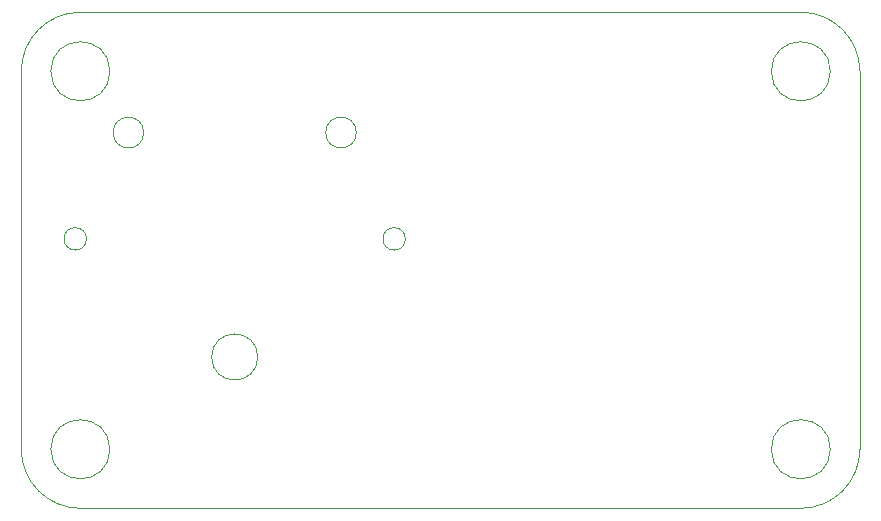
<source format=gbr>
%TF.GenerationSoftware,KiCad,Pcbnew,9.0.6*%
%TF.CreationDate,2026-02-28T16:28:42-08:00*%
%TF.ProjectId,display_new,64697370-6c61-4795-9f6e-65772e6b6963,rev?*%
%TF.SameCoordinates,Original*%
%TF.FileFunction,Profile,NP*%
%FSLAX46Y46*%
G04 Gerber Fmt 4.6, Leading zero omitted, Abs format (unit mm)*
G04 Created by KiCad (PCBNEW 9.0.6) date 2026-02-28 16:28:42*
%MOMM*%
%LPD*%
G01*
G04 APERTURE LIST*
%TA.AperFunction,Profile*%
%ADD10C,0.050000*%
%TD*%
G04 APERTURE END LIST*
D10*
X159120000Y-107000000D02*
G75*
G02*
X154120000Y-107000000I-2500000J0D01*
G01*
X154120000Y-107000000D02*
G75*
G02*
X159120000Y-107000000I2500000J0D01*
G01*
X159120000Y-75000000D02*
G75*
G02*
X154120000Y-75000000I-2500000J0D01*
G01*
X154120000Y-75000000D02*
G75*
G02*
X159120000Y-75000000I2500000J0D01*
G01*
X98120000Y-107000000D02*
G75*
G02*
X93120000Y-107000000I-2500000J0D01*
G01*
X93120000Y-107000000D02*
G75*
G02*
X98120000Y-107000000I2500000J0D01*
G01*
X98120000Y-75000000D02*
G75*
G02*
X93120000Y-75000000I-2500000J0D01*
G01*
X93120000Y-75000000D02*
G75*
G02*
X98120000Y-75000000I2500000J0D01*
G01*
X95620000Y-112000000D02*
G75*
G02*
X90620000Y-107000000I0J5000000D01*
G01*
X161620000Y-107000000D02*
G75*
G02*
X156620000Y-112000000I-5000000J0D01*
G01*
X156620000Y-70000000D02*
G75*
G02*
X161620000Y-75000000I0J-5000000D01*
G01*
X90620000Y-75000000D02*
G75*
G02*
X95620000Y-70000000I5000000J0D01*
G01*
X90620000Y-107000000D02*
X90620000Y-75000000D01*
X156620000Y-112000000D02*
X95620000Y-112000000D01*
X161620000Y-75000000D02*
X161620000Y-107000000D01*
X95620000Y-70000000D02*
X156620000Y-70000000D01*
%TO.C,M1*%
X96140000Y-89190000D02*
G75*
G02*
X94240000Y-89190000I-950000J0D01*
G01*
X94240000Y-89190000D02*
G75*
G02*
X96140000Y-89190000I950000J0D01*
G01*
X100990000Y-80190000D02*
G75*
G02*
X98390000Y-80190000I-1300000J0D01*
G01*
X98390000Y-80190000D02*
G75*
G02*
X100990000Y-80190000I1300000J0D01*
G01*
X110640000Y-99190000D02*
G75*
G02*
X106740000Y-99190000I-1950000J0D01*
G01*
X106740000Y-99190000D02*
G75*
G02*
X110640000Y-99190000I1950000J0D01*
G01*
X118990000Y-80190000D02*
G75*
G02*
X116390000Y-80190000I-1300000J0D01*
G01*
X116390000Y-80190000D02*
G75*
G02*
X118990000Y-80190000I1300000J0D01*
G01*
X123140000Y-89190000D02*
G75*
G02*
X121240000Y-89190000I-950000J0D01*
G01*
X121240000Y-89190000D02*
G75*
G02*
X123140000Y-89190000I950000J0D01*
G01*
%TD*%
M02*

</source>
